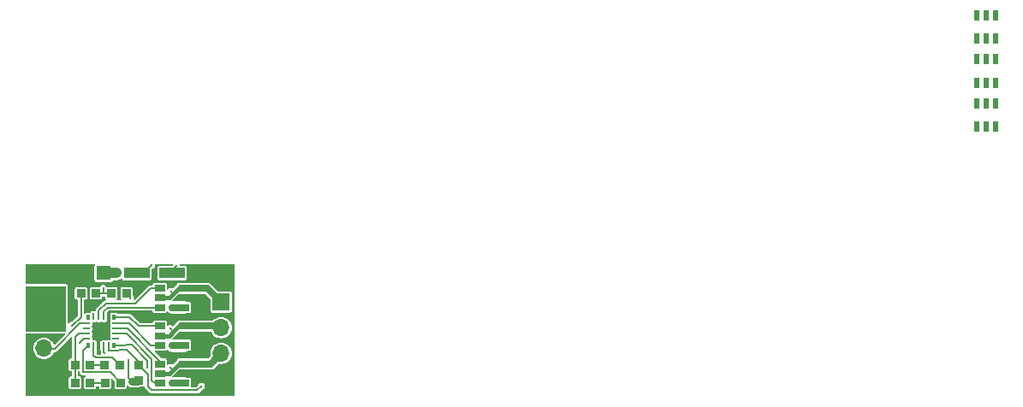
<source format=gtl>
G04 #@! TF.GenerationSoftware,KiCad,Pcbnew,8.0.7-8.0.7-0~ubuntu22.04.1*
G04 #@! TF.CreationDate,2025-01-18T20:22:17+01:00*
G04 #@! TF.ProjectId,pinchito_uesc,70696e63-6869-4746-9f5f-756573632e6b,rev?*
G04 #@! TF.SameCoordinates,Original*
G04 #@! TF.FileFunction,Copper,L1,Top*
G04 #@! TF.FilePolarity,Positive*
%FSLAX46Y46*%
G04 Gerber Fmt 4.6, Leading zero omitted, Abs format (unit mm)*
G04 Created by KiCad (PCBNEW 8.0.7-8.0.7-0~ubuntu22.04.1) date 2025-01-18 20:22:17*
%MOMM*%
%LPD*%
G01*
G04 APERTURE LIST*
G04 #@! TA.AperFunction,SMDPad,CuDef*
%ADD10R,1.350000X1.410000*%
G04 #@! TD*
G04 #@! TA.AperFunction,SMDPad,CuDef*
%ADD11R,0.810000X0.860000*%
G04 #@! TD*
G04 #@! TA.AperFunction,SMDPad,CuDef*
%ADD12R,0.530000X1.070000*%
G04 #@! TD*
G04 #@! TA.AperFunction,SMDPad,CuDef*
%ADD13R,0.340000X0.500000*%
G04 #@! TD*
G04 #@! TA.AperFunction,SMDPad,CuDef*
%ADD14R,0.250000X0.700000*%
G04 #@! TD*
G04 #@! TA.AperFunction,SMDPad,CuDef*
%ADD15R,0.700000X0.250000*%
G04 #@! TD*
G04 #@! TA.AperFunction,SMDPad,CuDef*
%ADD16R,1.700000X1.700000*%
G04 #@! TD*
G04 #@! TA.AperFunction,ComponentPad*
%ADD17R,1.700000X1.700000*%
G04 #@! TD*
G04 #@! TA.AperFunction,ComponentPad*
%ADD18O,1.700000X1.700000*%
G04 #@! TD*
G04 #@! TA.AperFunction,SMDPad,CuDef*
%ADD19R,2.500000X1.000000*%
G04 #@! TD*
G04 #@! TA.AperFunction,SMDPad,CuDef*
%ADD20R,0.860000X0.810000*%
G04 #@! TD*
G04 #@! TA.AperFunction,SMDPad,CuDef*
%ADD21R,1.000000X0.700000*%
G04 #@! TD*
G04 #@! TA.AperFunction,SMDPad,CuDef*
%ADD22R,1.410000X1.350000*%
G04 #@! TD*
G04 #@! TA.AperFunction,ViaPad*
%ADD23C,0.300000*%
G04 #@! TD*
G04 #@! TA.AperFunction,ViaPad*
%ADD24C,0.600000*%
G04 #@! TD*
G04 #@! TA.AperFunction,Conductor*
%ADD25C,0.200000*%
G04 #@! TD*
G04 #@! TA.AperFunction,Conductor*
%ADD26C,0.700000*%
G04 #@! TD*
G04 #@! TA.AperFunction,Conductor*
%ADD27C,0.800000*%
G04 #@! TD*
G04 #@! TA.AperFunction,Conductor*
%ADD28C,1.000000*%
G04 #@! TD*
G04 #@! TA.AperFunction,Conductor*
%ADD29C,0.400000*%
G04 #@! TD*
G04 APERTURE END LIST*
D10*
G04 #@! TO.P,C1,1,1*
G04 #@! TO.N,GND*
X1200000Y-1200000D03*
G04 #@! TO.P,C1,2,2*
G04 #@! TO.N,/VCC*
X1200000Y-3200000D03*
G04 #@! TD*
D11*
G04 #@! TO.P,R5,1,1*
G04 #@! TO.N,/M_B*
X8050000Y-10300000D03*
G04 #@! TO.P,R5,2,2*
G04 #@! TO.N,Net-(U1-P0.0)*
X9550000Y-10300000D03*
G04 #@! TD*
D12*
G04 #@! TO.P,Q5,1,G1*
G04 #@! TO.N,unconnected-(Q5-G1-Pad1)*
X94300000Y17670000D03*
G04 #@! TO.P,Q5,2,S2*
G04 #@! TO.N,unconnected-(Q5-S2-Pad2)*
X95250000Y17670000D03*
G04 #@! TO.P,Q5,3,G2*
G04 #@! TO.N,unconnected-(Q5-G2-Pad3)*
X96200000Y17670000D03*
G04 #@! TO.P,Q5,4,D2*
G04 #@! TO.N,unconnected-(Q5-D2-Pad4)*
X96200000Y19970000D03*
G04 #@! TO.P,Q5,5,S1*
G04 #@! TO.N,unconnected-(Q5-S1-Pad5)*
X95250000Y19970000D03*
G04 #@! TO.P,Q5,6,D1*
G04 #@! TO.N,unconnected-(Q5-D1-Pad6)*
X94300000Y19970000D03*
G04 #@! TD*
D10*
G04 #@! TO.P,C2,1,1*
G04 #@! TO.N,GND*
X3450000Y-1200000D03*
G04 #@! TO.P,C2,2,2*
G04 #@! TO.N,/VCC*
X3450000Y-3200000D03*
G04 #@! TD*
D13*
G04 #@! TO.P,U1,1,P0.1*
G04 #@! TO.N,Net-(U1-P0.1)*
X6450000Y-8330000D03*
D14*
G04 #@! TO.P,U1,2,P0.0*
G04 #@! TO.N,Net-(U1-P0.0)*
X6950000Y-8400000D03*
G04 #@! TO.P,U1,3,GND*
G04 #@! TO.N,GND*
X7450000Y-8400000D03*
G04 #@! TO.P,U1,4,VDD*
G04 #@! TO.N,/VCC*
X7950000Y-8400000D03*
G04 #@! TO.P,U1,5,RSTB/C2CK*
G04 #@! TO.N,/C2CK*
X8450000Y-8400000D03*
D13*
G04 #@! TO.P,U1,6,P2.0/C2D*
G04 #@! TO.N,/C2D*
X8950000Y-8330000D03*
D15*
G04 #@! TO.P,U1,7,P1.6*
G04 #@! TO.N,unconnected-(U1-P1.6-Pad7)*
X9150000Y-7700000D03*
G04 #@! TO.P,U1,8,P1.5*
G04 #@! TO.N,Net-(Q3-G2)*
X9150000Y-7200000D03*
G04 #@! TO.P,U1,9,P1.4*
G04 #@! TO.N,Net-(Q3-G1)*
X9150000Y-6700000D03*
G04 #@! TO.P,U1,10,P1.3*
G04 #@! TO.N,Net-(Q2-G2)*
X9150000Y-6200000D03*
D13*
G04 #@! TO.P,U1,11,P1.2*
G04 #@! TO.N,Net-(Q2-G1)*
X8950000Y-5570000D03*
D14*
G04 #@! TO.P,U1,12,GND*
G04 #@! TO.N,GND*
X8450000Y-5500000D03*
G04 #@! TO.P,U1,13,P1.1*
G04 #@! TO.N,Net-(Q1-G2)*
X7950000Y-5500000D03*
G04 #@! TO.P,U1,14,P1.0*
G04 #@! TO.N,Net-(Q1-G1)*
X7450000Y-5500000D03*
G04 #@! TO.P,U1,15,P0.7*
G04 #@! TO.N,unconnected-(U1-P0.7-Pad15)*
X6950000Y-5500000D03*
D13*
G04 #@! TO.P,U1,16,P0.6*
G04 #@! TO.N,unconnected-(U1-P0.6-Pad16)*
X6450000Y-5570000D03*
D15*
G04 #@! TO.P,U1,17,P0.5*
G04 #@! TO.N,/RC*
X6250000Y-6200000D03*
G04 #@! TO.P,U1,18,P0.4*
G04 #@! TO.N,unconnected-(U1-P0.4-Pad18)*
X6250000Y-6700000D03*
G04 #@! TO.P,U1,19,P0.3*
G04 #@! TO.N,/FCom*
X6250000Y-7200000D03*
G04 #@! TO.P,U1,20,P0.2*
G04 #@! TO.N,Net-(U1-P0.2)*
X6250000Y-7700000D03*
D16*
G04 #@! TO.P,U1,21,GND*
G04 #@! TO.N,GND*
X7700000Y-6950000D03*
G04 #@! TD*
D17*
G04 #@! TO.P,J2,1,Pin_1*
G04 #@! TO.N,/VCC*
X2032000Y-6111000D03*
D18*
G04 #@! TO.P,J2,2,Pin_2*
G04 #@! TO.N,/RC*
X2032000Y-8651000D03*
G04 #@! TO.P,J2,3,Pin_3*
G04 #@! TO.N,GND*
X2032000Y-11191000D03*
G04 #@! TD*
D11*
G04 #@! TO.P,R3,1,1*
G04 #@! TO.N,/M_C*
X8100000Y-12050000D03*
G04 #@! TO.P,R3,2,2*
G04 #@! TO.N,Net-(U1-P0.1)*
X9600000Y-12050000D03*
G04 #@! TD*
D17*
G04 #@! TO.P,J1,1,Pin_1*
G04 #@! TO.N,/M_A*
X19558000Y-4064000D03*
D18*
G04 #@! TO.P,J1,2,Pin_2*
G04 #@! TO.N,/M_B*
X19558000Y-6604000D03*
G04 #@! TO.P,J1,3,Pin_3*
G04 #@! TO.N,/M_C*
X19558000Y-9144000D03*
G04 #@! TD*
D11*
G04 #@! TO.P,R6,1,1*
G04 #@! TO.N,/M_A*
X8700000Y-3200000D03*
G04 #@! TO.P,R6,2,2*
G04 #@! TO.N,Net-(U1-P0.2)*
X10200000Y-3200000D03*
G04 #@! TD*
D19*
G04 #@! TO.P,TP2,1,1*
G04 #@! TO.N,/C2D*
X11200000Y-1200000D03*
G04 #@! TD*
D20*
G04 #@! TO.P,R8,1,1*
G04 #@! TO.N,/C2CK*
X11400000Y-10350000D03*
G04 #@! TO.P,R8,2,2*
G04 #@! TO.N,/VCC*
X11400000Y-11850000D03*
G04 #@! TD*
D11*
G04 #@! TO.P,R4,1,1*
G04 #@! TO.N,/FCom*
X5100000Y-10300000D03*
G04 #@! TO.P,R4,2,2*
G04 #@! TO.N,/M_B*
X6600000Y-10300000D03*
G04 #@! TD*
D12*
G04 #@! TO.P,Q4,1,G1*
G04 #@! TO.N,unconnected-(Q4-G1-Pad1)*
X94300000Y22040000D03*
G04 #@! TO.P,Q4,2,S2*
G04 #@! TO.N,unconnected-(Q4-S2-Pad2)*
X95250000Y22040000D03*
G04 #@! TO.P,Q4,3,G2*
G04 #@! TO.N,unconnected-(Q4-G2-Pad3)*
X96200000Y22040000D03*
G04 #@! TO.P,Q4,4,D2*
G04 #@! TO.N,unconnected-(Q4-D2-Pad4)*
X96200000Y24340000D03*
G04 #@! TO.P,Q4,5,S1*
G04 #@! TO.N,unconnected-(Q4-S1-Pad5)*
X95250000Y24340000D03*
G04 #@! TO.P,Q4,6,D1*
G04 #@! TO.N,unconnected-(Q4-D1-Pad6)*
X94300000Y24340000D03*
G04 #@! TD*
D21*
G04 #@! TO.P,Q2,1,G1*
G04 #@! TO.N,Net-(Q2-G1)*
X13500000Y-6450000D03*
G04 #@! TO.P,Q2,2,S2*
G04 #@! TO.N,/M_B*
X13500000Y-7400000D03*
G04 #@! TO.P,Q2,3,G2*
G04 #@! TO.N,Net-(Q2-G2)*
X13500000Y-8350000D03*
G04 #@! TO.P,Q2,4,D2*
G04 #@! TO.N,/VCC*
X15900000Y-8350000D03*
G04 #@! TO.P,Q2,5,S1*
G04 #@! TO.N,GND*
X15900000Y-7400000D03*
G04 #@! TO.P,Q2,6,D1*
G04 #@! TO.N,/M_B*
X15900000Y-6450000D03*
G04 #@! TD*
G04 #@! TO.P,Q3,1,G1*
G04 #@! TO.N,Net-(Q3-G1)*
X13500000Y-10200000D03*
G04 #@! TO.P,Q3,2,S2*
G04 #@! TO.N,/M_C*
X13500000Y-11150000D03*
G04 #@! TO.P,Q3,3,G2*
G04 #@! TO.N,Net-(Q3-G2)*
X13500000Y-12100000D03*
G04 #@! TO.P,Q3,4,D2*
G04 #@! TO.N,/VCC*
X15900000Y-12100000D03*
G04 #@! TO.P,Q3,5,S1*
G04 #@! TO.N,GND*
X15900000Y-11150000D03*
G04 #@! TO.P,Q3,6,D1*
G04 #@! TO.N,/M_C*
X15900000Y-10200000D03*
G04 #@! TD*
D19*
G04 #@! TO.P,TP1,1,1*
G04 #@! TO.N,/C2CK*
X14700000Y-1200000D03*
G04 #@! TD*
D22*
G04 #@! TO.P,C3,1,1*
G04 #@! TO.N,GND*
X5950000Y-1200000D03*
G04 #@! TO.P,C3,2,2*
G04 #@! TO.N,/VCC*
X7950000Y-1200000D03*
G04 #@! TD*
D21*
G04 #@! TO.P,Q1,1,G1*
G04 #@! TO.N,Net-(Q1-G1)*
X13500000Y-2700000D03*
G04 #@! TO.P,Q1,2,S2*
G04 #@! TO.N,/M_A*
X13500000Y-3650000D03*
G04 #@! TO.P,Q1,3,G2*
G04 #@! TO.N,Net-(Q1-G2)*
X13500000Y-4600000D03*
G04 #@! TO.P,Q1,4,D2*
G04 #@! TO.N,/VCC*
X15900000Y-4600000D03*
G04 #@! TO.P,Q1,5,S1*
G04 #@! TO.N,GND*
X15900000Y-3650000D03*
G04 #@! TO.P,Q1,6,D1*
G04 #@! TO.N,/M_A*
X15900000Y-2700000D03*
G04 #@! TD*
D12*
G04 #@! TO.P,Q6,1,G1*
G04 #@! TO.N,unconnected-(Q6-G1-Pad1)*
X94300000Y13300000D03*
G04 #@! TO.P,Q6,2,S2*
G04 #@! TO.N,unconnected-(Q6-S2-Pad2)*
X95250000Y13300000D03*
G04 #@! TO.P,Q6,3,G2*
G04 #@! TO.N,unconnected-(Q6-G2-Pad3)*
X96200000Y13300000D03*
G04 #@! TO.P,Q6,4,D2*
G04 #@! TO.N,unconnected-(Q6-D2-Pad4)*
X96200000Y15600000D03*
G04 #@! TO.P,Q6,5,S1*
G04 #@! TO.N,unconnected-(Q6-S1-Pad5)*
X95250000Y15600000D03*
G04 #@! TO.P,Q6,6,D1*
G04 #@! TO.N,unconnected-(Q6-D1-Pad6)*
X94300000Y15600000D03*
G04 #@! TD*
D11*
G04 #@! TO.P,R2,1,1*
G04 #@! TO.N,/FCom*
X5100000Y-12050000D03*
G04 #@! TO.P,R2,2,2*
G04 #@! TO.N,/M_C*
X6600000Y-12050000D03*
G04 #@! TD*
G04 #@! TO.P,R1,1,1*
G04 #@! TO.N,/FCom*
X5700000Y-3200000D03*
G04 #@! TO.P,R1,2,2*
G04 #@! TO.N,/M_A*
X7200000Y-3200000D03*
G04 #@! TD*
D23*
G04 #@! TO.N,/C2CK*
X15118199Y-481801D03*
X17600000Y-12400000D03*
G04 #@! TO.N,/C2D*
X12250000Y-10563605D03*
X12700000Y-400000D03*
D24*
G04 #@! TO.N,GND*
X16650000Y-11150000D03*
X4700000Y-3700000D03*
X4700000Y-4400000D03*
X11300000Y-5300000D03*
X12200000Y-5600000D03*
G04 #@! TO.N,/VCC*
X14700000Y-12100000D03*
X9200000Y-1200000D03*
X14700000Y-8400000D03*
D23*
X8000000Y-9100000D03*
D24*
X10700000Y-11900000D03*
X14700000Y-4600000D03*
D23*
X10400000Y-9800000D03*
G04 #@! TO.N,/M_A*
X14600000Y-3000000D03*
X7900000Y-2700000D03*
G04 #@! TO.N,/M_B*
X14500000Y-6700000D03*
X7350000Y-10300000D03*
G04 #@! TO.N,/M_C*
X14525000Y-10525000D03*
X7350000Y-12050000D03*
G04 #@! TO.N,/FCom*
X5450000Y-7200000D03*
X4781801Y-6381801D03*
G04 #@! TO.N,Net-(U1-P0.2)*
X10600000Y-3700000D03*
X5550000Y-8100000D03*
G04 #@! TD*
D25*
G04 #@! TO.N,/C2CK*
X10200000Y-8800000D02*
X11400000Y-10000000D01*
X12700000Y-12800000D02*
X12300000Y-12400000D01*
X11400000Y-10000000D02*
X11400000Y-10350000D01*
X8450000Y-8850000D02*
X8480000Y-8880000D01*
X8450000Y-8400000D02*
X8450000Y-8850000D01*
X12300000Y-12400000D02*
X12300000Y-11250000D01*
X15118199Y-481801D02*
X14700000Y-900000D01*
X8480000Y-8880000D02*
X9340000Y-8880000D01*
X9420000Y-8800000D02*
X10200000Y-8800000D01*
X17600000Y-12400000D02*
X17200000Y-12800000D01*
X14700000Y-900000D02*
X14700000Y-1200000D01*
X17200000Y-12800000D02*
X12700000Y-12800000D01*
X9340000Y-8880000D02*
X9420000Y-8800000D01*
X12300000Y-11250000D02*
X11400000Y-10350000D01*
G04 #@! TO.N,/C2D*
X10100000Y-8300000D02*
X10070000Y-8330000D01*
X12700000Y-400000D02*
X11900000Y-1200000D01*
X10100000Y-8300000D02*
X10700000Y-8300000D01*
X12250000Y-9850000D02*
X12250000Y-10563605D01*
X10700000Y-8300000D02*
X12250000Y-9850000D01*
X10070000Y-8330000D02*
X8950000Y-8330000D01*
X11900000Y-1200000D02*
X11200000Y-1200000D01*
D26*
G04 #@! TO.N,GND*
X15900000Y-11150000D02*
X16650000Y-11150000D01*
D25*
X16650000Y-11150000D02*
X16700000Y-11200000D01*
D26*
G04 #@! TO.N,/VCC*
X15900000Y-8400000D02*
X14700000Y-8400000D01*
D27*
X11350000Y-11900000D02*
X11400000Y-11850000D01*
D28*
X7950000Y-1200000D02*
X9200000Y-1200000D01*
D25*
X7950000Y-8400000D02*
X7950000Y-8975000D01*
D26*
X15900000Y-12100000D02*
X14700000Y-12100000D01*
D27*
X10700000Y-11900000D02*
X11350000Y-11900000D01*
D25*
X7950000Y-9050000D02*
X8000000Y-9100000D01*
X10400000Y-11600000D02*
X10700000Y-11900000D01*
X10400000Y-9800000D02*
X10400000Y-11600000D01*
D26*
X15900000Y-4600000D02*
X14700000Y-4600000D01*
D25*
X7950000Y-8975000D02*
X7950000Y-9050000D01*
G04 #@! TO.N,/RC*
X3100000Y-8700000D02*
X5600000Y-6200000D01*
X2200000Y-8700000D02*
X3100000Y-8700000D01*
X5600000Y-6200000D02*
X6250000Y-6200000D01*
G04 #@! TO.N,Net-(Q1-G2)*
X13500000Y-4600000D02*
X8340686Y-4600000D01*
X7950000Y-4990686D02*
X7950000Y-5500000D01*
X8340686Y-4600000D02*
X7950000Y-4990686D01*
D26*
G04 #@! TO.N,/M_A*
X15900000Y-2700000D02*
X18194000Y-2700000D01*
D25*
X7900000Y-3200000D02*
X7200000Y-3200000D01*
D26*
X18194000Y-2700000D02*
X19558000Y-4064000D01*
D25*
X7900000Y-2700000D02*
X7900000Y-3200000D01*
X14600000Y-3000000D02*
X14600000Y-3025000D01*
D29*
X13475000Y-3650000D02*
X14425000Y-3650000D01*
X15375000Y-2700000D02*
X15900000Y-2700000D01*
X14425000Y-3650000D02*
X15375000Y-2700000D01*
D25*
X8700000Y-3200000D02*
X7900000Y-3200000D01*
X14600000Y-3025000D02*
X14737500Y-3162500D01*
G04 #@! TO.N,Net-(Q1-G1)*
X13500000Y-2700000D02*
X12600000Y-2700000D01*
X11100000Y-4200000D02*
X8175000Y-4200000D01*
X7450000Y-4925000D02*
X7450000Y-5500000D01*
X8175000Y-4200000D02*
X7450000Y-4925000D01*
X12600000Y-2700000D02*
X11100000Y-4200000D01*
G04 #@! TO.N,Net-(Q2-G2)*
X10450000Y-6200000D02*
X12600000Y-8350000D01*
X12600000Y-8350000D02*
X13500000Y-8350000D01*
X9150000Y-6200000D02*
X10450000Y-6200000D01*
D29*
G04 #@! TO.N,/M_B*
X14425000Y-7400000D02*
X14787500Y-7037500D01*
X15375000Y-6450000D02*
X15900000Y-6450000D01*
X13475000Y-7400000D02*
X14425000Y-7400000D01*
D25*
X14787500Y-6987500D02*
X14787500Y-7037500D01*
X6600000Y-10300000D02*
X8050000Y-10300000D01*
D26*
X15900000Y-6450000D02*
X19404000Y-6450000D01*
D25*
X14500000Y-6700000D02*
X14787500Y-6987500D01*
D29*
X14787500Y-7037500D02*
X15375000Y-6450000D01*
D26*
X19404000Y-6450000D02*
X19558000Y-6604000D01*
D25*
G04 #@! TO.N,Net-(Q2-G1)*
X8950000Y-5570000D02*
X10517057Y-5570000D01*
X10517057Y-5570000D02*
X11397057Y-6450000D01*
X11397057Y-6450000D02*
X13500000Y-6450000D01*
G04 #@! TO.N,Net-(Q3-G1)*
X10265686Y-6700000D02*
X13500000Y-9934314D01*
X9150000Y-6700000D02*
X10265686Y-6700000D01*
X13500000Y-9934314D02*
X13500000Y-10200000D01*
G04 #@! TO.N,/M_C*
X15400000Y-10200000D02*
X15900000Y-10200000D01*
D29*
X15200000Y-10400000D02*
X15300000Y-10300000D01*
D26*
X15900000Y-10200000D02*
X17500000Y-10200000D01*
D29*
X14450000Y-11150000D02*
X14800000Y-10800000D01*
D26*
X18502000Y-10200000D02*
X19558000Y-9144000D01*
X17500000Y-10200000D02*
X17900000Y-10200000D01*
D29*
X14800000Y-10800000D02*
X15200000Y-10400000D01*
D25*
X14525000Y-10525000D02*
X14800000Y-10800000D01*
D29*
X15200000Y-10400000D02*
X15400000Y-10200000D01*
X15300000Y-10300000D02*
X15800000Y-10300000D01*
X13500000Y-11150000D02*
X14450000Y-11150000D01*
D26*
X17500000Y-10200000D02*
X18502000Y-10200000D01*
D29*
X15800000Y-10300000D02*
X15900000Y-10200000D01*
D25*
X17900000Y-10200000D02*
X18100000Y-10000000D01*
X6600000Y-12050000D02*
X8100000Y-12050000D01*
G04 #@! TO.N,Net-(Q3-G2)*
X12700000Y-11800000D02*
X13000000Y-12100000D01*
X9150000Y-7200000D02*
X10200000Y-7200000D01*
X12700000Y-9700000D02*
X12700000Y-11800000D01*
X10200000Y-7200000D02*
X12700000Y-9700000D01*
X13000000Y-12100000D02*
X13500000Y-12100000D01*
G04 #@! TO.N,/FCom*
X5450000Y-7200000D02*
X6250000Y-7200000D01*
X5100000Y-10300000D02*
X5100000Y-7550000D01*
X5100000Y-12050000D02*
X5100000Y-10300000D01*
X5700000Y-5534314D02*
X4817157Y-6417157D01*
X5700000Y-3200000D02*
X5700000Y-5534314D01*
X5100000Y-7550000D02*
X5450000Y-7200000D01*
X4817157Y-6417157D02*
X4781801Y-6381801D01*
G04 #@! TO.N,Net-(U1-P0.2)*
X10600000Y-3700000D02*
X10600000Y-3600000D01*
X10600000Y-3600000D02*
X10200000Y-3200000D01*
X5950000Y-7700000D02*
X5550000Y-8100000D01*
X6250000Y-7700000D02*
X5950000Y-7700000D01*
G04 #@! TO.N,Net-(U1-P0.1)*
X9600000Y-12050000D02*
X8580000Y-11030000D01*
X5895000Y-11030000D02*
X5895000Y-8885000D01*
X8580000Y-11030000D02*
X5895000Y-11030000D01*
X5895000Y-8885000D02*
X6450000Y-8330000D01*
G04 #@! TO.N,Net-(U1-P0.0)*
X8820000Y-9570000D02*
X7170000Y-9570000D01*
X9550000Y-10300000D02*
X8820000Y-9570000D01*
X6950000Y-9350000D02*
X6950000Y-8400000D01*
X7170000Y-9570000D02*
X6950000Y-9350000D01*
G04 #@! TD*
G04 #@! TA.AperFunction,Conductor*
G04 #@! TO.N,GND*
G36*
X7096843Y-314852D02*
G01*
X7111195Y-349500D01*
X7102937Y-376723D01*
X7100448Y-380448D01*
X7056133Y-446769D01*
X7044500Y-505252D01*
X7044500Y-1894748D01*
X7056133Y-1953231D01*
X7073882Y-1979795D01*
X7100447Y-2019552D01*
X7127012Y-2037301D01*
X7166769Y-2063867D01*
X7225252Y-2075500D01*
X7225255Y-2075500D01*
X8674745Y-2075500D01*
X8674748Y-2075500D01*
X8733231Y-2063867D01*
X8799552Y-2019552D01*
X8843867Y-1953231D01*
X8846510Y-1939939D01*
X8867346Y-1908758D01*
X8894569Y-1900500D01*
X9268993Y-1900500D01*
X9404328Y-1873580D01*
X9531811Y-1820775D01*
X9646542Y-1744114D01*
X9671640Y-1719015D01*
X9706285Y-1704665D01*
X9740934Y-1719016D01*
X9754344Y-1744105D01*
X9761132Y-1778229D01*
X9805447Y-1844552D01*
X9832012Y-1862301D01*
X9871769Y-1888867D01*
X9930252Y-1900500D01*
X9930255Y-1900500D01*
X12469745Y-1900500D01*
X12469748Y-1900500D01*
X12528231Y-1888867D01*
X12594552Y-1844552D01*
X12638867Y-1778231D01*
X12650500Y-1719748D01*
X12650500Y-894766D01*
X12664851Y-860119D01*
X12772037Y-752932D01*
X12799020Y-739185D01*
X12802267Y-738671D01*
X12809657Y-737501D01*
X12809658Y-737500D01*
X12809661Y-737500D01*
X12908587Y-687095D01*
X12987095Y-608587D01*
X13037500Y-509661D01*
X13054869Y-400000D01*
X13048084Y-357164D01*
X13056839Y-320699D01*
X13088815Y-301103D01*
X13096481Y-300500D01*
X14737241Y-300500D01*
X14771889Y-314852D01*
X14786241Y-349500D01*
X14781700Y-368409D01*
X14781891Y-368472D01*
X14781102Y-370899D01*
X14780898Y-371750D01*
X14780699Y-372140D01*
X14780698Y-372142D01*
X14779012Y-382784D01*
X14765264Y-409763D01*
X14689880Y-485148D01*
X14655234Y-499500D01*
X13430252Y-499500D01*
X13371769Y-511133D01*
X13305447Y-555447D01*
X13269943Y-608584D01*
X13261133Y-621769D01*
X13249500Y-680252D01*
X13249500Y-1719748D01*
X13261133Y-1778231D01*
X13278882Y-1804795D01*
X13305447Y-1844552D01*
X13332012Y-1862301D01*
X13371769Y-1888867D01*
X13430252Y-1900500D01*
X13430255Y-1900500D01*
X15969745Y-1900500D01*
X15969748Y-1900500D01*
X16028231Y-1888867D01*
X16094552Y-1844552D01*
X16138867Y-1778231D01*
X16150500Y-1719748D01*
X16150500Y-680252D01*
X16138867Y-621769D01*
X16110438Y-579223D01*
X16094552Y-555447D01*
X16051105Y-526417D01*
X16028231Y-511133D01*
X15969748Y-499500D01*
X15969745Y-499500D01*
X15517721Y-499500D01*
X15483073Y-485148D01*
X15469324Y-458166D01*
X15467519Y-446769D01*
X15455699Y-372140D01*
X15455497Y-371745D01*
X15455474Y-371449D01*
X15454507Y-368471D01*
X15455221Y-368238D01*
X15452555Y-334358D01*
X15476911Y-305841D01*
X15499157Y-300500D01*
X20850500Y-300500D01*
X20885148Y-314852D01*
X20899500Y-349500D01*
X20899500Y-13350500D01*
X20885148Y-13385148D01*
X20850500Y-13399500D01*
X249500Y-13399500D01*
X214852Y-13385148D01*
X200500Y-13350500D01*
X200500Y-7254500D01*
X214852Y-7219852D01*
X249500Y-7205500D01*
X4051232Y-7205500D01*
X4085880Y-7219852D01*
X4100232Y-7254500D01*
X4085880Y-7289148D01*
X3093142Y-8281885D01*
X3058494Y-8296237D01*
X3023846Y-8281885D01*
X3011604Y-8261460D01*
X3009715Y-8255233D01*
X3007232Y-8247046D01*
X2909685Y-8064550D01*
X2778410Y-7904590D01*
X2618450Y-7773315D01*
X2435954Y-7675768D01*
X2237934Y-7615700D01*
X2032000Y-7595417D01*
X1826065Y-7615700D01*
X1826064Y-7615700D01*
X1628043Y-7675769D01*
X1445548Y-7773316D01*
X1285590Y-7904590D01*
X1154316Y-8064548D01*
X1056769Y-8247043D01*
X1056768Y-8247045D01*
X1056768Y-8247046D01*
X1054285Y-8255233D01*
X996700Y-8445064D01*
X996700Y-8445065D01*
X976417Y-8650999D01*
X976417Y-8651000D01*
X996700Y-8856934D01*
X996700Y-8856935D01*
X1009915Y-8900500D01*
X1056768Y-9054954D01*
X1154315Y-9237450D01*
X1285590Y-9397410D01*
X1445550Y-9528685D01*
X1628046Y-9626232D01*
X1826066Y-9686300D01*
X2032000Y-9706583D01*
X2237934Y-9686300D01*
X2435954Y-9626232D01*
X2618450Y-9528685D01*
X2778410Y-9397410D01*
X2909685Y-9237450D01*
X3007232Y-9054954D01*
X3013201Y-9035275D01*
X3036993Y-9006286D01*
X3060091Y-9000500D01*
X3139564Y-9000500D01*
X3166230Y-8993354D01*
X3215989Y-8980021D01*
X3284511Y-8940460D01*
X3340460Y-8884511D01*
X4715852Y-7509117D01*
X4750500Y-7494766D01*
X4785148Y-7509118D01*
X4799500Y-7543766D01*
X4799500Y-9620500D01*
X4785148Y-9655148D01*
X4750500Y-9669500D01*
X4675252Y-9669500D01*
X4622314Y-9680030D01*
X4616769Y-9681133D01*
X4550447Y-9725447D01*
X4506133Y-9791769D01*
X4494500Y-9850252D01*
X4494500Y-10749748D01*
X4506133Y-10808231D01*
X4522838Y-10833231D01*
X4550447Y-10874552D01*
X4577012Y-10892301D01*
X4616769Y-10918867D01*
X4675252Y-10930500D01*
X4750500Y-10930500D01*
X4785148Y-10944852D01*
X4799500Y-10979500D01*
X4799500Y-11370500D01*
X4785148Y-11405148D01*
X4750500Y-11419500D01*
X4675252Y-11419500D01*
X4616769Y-11431133D01*
X4550447Y-11475447D01*
X4507034Y-11540421D01*
X4506133Y-11541769D01*
X4494500Y-11600252D01*
X4494500Y-12499748D01*
X4506133Y-12558231D01*
X4507008Y-12559540D01*
X4550447Y-12624552D01*
X4577012Y-12642301D01*
X4616769Y-12668867D01*
X4675252Y-12680500D01*
X4675255Y-12680500D01*
X5524745Y-12680500D01*
X5524748Y-12680500D01*
X5583231Y-12668867D01*
X5649552Y-12624552D01*
X5693867Y-12558231D01*
X5705500Y-12499748D01*
X5705500Y-11600252D01*
X5693867Y-11541769D01*
X5665623Y-11499500D01*
X5649552Y-11475447D01*
X5609795Y-11448882D01*
X5583231Y-11431133D01*
X5524748Y-11419500D01*
X5524745Y-11419500D01*
X5449500Y-11419500D01*
X5414852Y-11405148D01*
X5400500Y-11370500D01*
X5400500Y-10979500D01*
X5414852Y-10944852D01*
X5449500Y-10930500D01*
X5524745Y-10930500D01*
X5524748Y-10930500D01*
X5535940Y-10928273D01*
X5572720Y-10935587D01*
X5593558Y-10966768D01*
X5594500Y-10976331D01*
X5594500Y-11069563D01*
X5614979Y-11145989D01*
X5614979Y-11145991D01*
X5643564Y-11195500D01*
X5654540Y-11214511D01*
X5710489Y-11270460D01*
X5779011Y-11310021D01*
X5814478Y-11319524D01*
X5855436Y-11330500D01*
X5855438Y-11330500D01*
X5934562Y-11330500D01*
X6125180Y-11330500D01*
X6159828Y-11344852D01*
X6174180Y-11379500D01*
X6159828Y-11414148D01*
X6134740Y-11427558D01*
X6116769Y-11431133D01*
X6050447Y-11475447D01*
X6007034Y-11540421D01*
X6006133Y-11541769D01*
X5994500Y-11600252D01*
X5994500Y-12499748D01*
X6006133Y-12558231D01*
X6007008Y-12559540D01*
X6050447Y-12624552D01*
X6077012Y-12642301D01*
X6116769Y-12668867D01*
X6175252Y-12680500D01*
X6175255Y-12680500D01*
X7024745Y-12680500D01*
X7024748Y-12680500D01*
X7083231Y-12668867D01*
X7149552Y-12624552D01*
X7193867Y-12558231D01*
X7205500Y-12499748D01*
X7205500Y-12439353D01*
X7219852Y-12404705D01*
X7254500Y-12390353D01*
X7262151Y-12390954D01*
X7350000Y-12404869D01*
X7437836Y-12390956D01*
X7474301Y-12399711D01*
X7493897Y-12431687D01*
X7494500Y-12439353D01*
X7494500Y-12499748D01*
X7506133Y-12558231D01*
X7507008Y-12559540D01*
X7550447Y-12624552D01*
X7577012Y-12642301D01*
X7616769Y-12668867D01*
X7675252Y-12680500D01*
X7675255Y-12680500D01*
X8524745Y-12680500D01*
X8524748Y-12680500D01*
X8583231Y-12668867D01*
X8649552Y-12624552D01*
X8693867Y-12558231D01*
X8705500Y-12499748D01*
X8705500Y-11698767D01*
X8719852Y-11664119D01*
X8754500Y-11649767D01*
X8789148Y-11664119D01*
X8980148Y-11855119D01*
X8994500Y-11889767D01*
X8994500Y-12499748D01*
X9006133Y-12558231D01*
X9007008Y-12559540D01*
X9050447Y-12624552D01*
X9077012Y-12642301D01*
X9116769Y-12668867D01*
X9175252Y-12680500D01*
X9175255Y-12680500D01*
X10024745Y-12680500D01*
X10024748Y-12680500D01*
X10083231Y-12668867D01*
X10149552Y-12624552D01*
X10193867Y-12558231D01*
X10205500Y-12499748D01*
X10205500Y-12373032D01*
X10219852Y-12338384D01*
X10254500Y-12324032D01*
X10289148Y-12338384D01*
X10331284Y-12380520D01*
X10331287Y-12380521D01*
X10331290Y-12380524D01*
X10468213Y-12459576D01*
X10468215Y-12459576D01*
X10468216Y-12459577D01*
X10588665Y-12491851D01*
X10620939Y-12500499D01*
X10620940Y-12500500D01*
X10620943Y-12500500D01*
X11267930Y-12500500D01*
X11267946Y-12500501D01*
X11270943Y-12500501D01*
X11429059Y-12500501D01*
X11581778Y-12459579D01*
X11581778Y-12459578D01*
X11581785Y-12459577D01*
X11581790Y-12459573D01*
X11582619Y-12459231D01*
X11584400Y-12458876D01*
X11584888Y-12458746D01*
X11584896Y-12458777D01*
X11601374Y-12455500D01*
X11849745Y-12455500D01*
X11849748Y-12455500D01*
X11908231Y-12443867D01*
X11929764Y-12429478D01*
X11966545Y-12422162D01*
X11997728Y-12442998D01*
X12004316Y-12457538D01*
X12019979Y-12515989D01*
X12019979Y-12515991D01*
X12044367Y-12558230D01*
X12045123Y-12559540D01*
X12059540Y-12584511D01*
X12459540Y-12984511D01*
X12515489Y-13040460D01*
X12584011Y-13080021D01*
X12619478Y-13089524D01*
X12660436Y-13100500D01*
X12660438Y-13100500D01*
X17239564Y-13100500D01*
X17266230Y-13093354D01*
X17315989Y-13080021D01*
X17384511Y-13040460D01*
X17440460Y-12984511D01*
X17672037Y-12752932D01*
X17699020Y-12739185D01*
X17702267Y-12738671D01*
X17709657Y-12737501D01*
X17709658Y-12737500D01*
X17709661Y-12737500D01*
X17808587Y-12687095D01*
X17887095Y-12608587D01*
X17937500Y-12509661D01*
X17954869Y-12400000D01*
X17937500Y-12290339D01*
X17887095Y-12191413D01*
X17808587Y-12112905D01*
X17808584Y-12112903D01*
X17709661Y-12062500D01*
X17600000Y-12045131D01*
X17490338Y-12062500D01*
X17391415Y-12112903D01*
X17391412Y-12112905D01*
X17312905Y-12191412D01*
X17312900Y-12191419D01*
X17262501Y-12290333D01*
X17262499Y-12290341D01*
X17260813Y-12300983D01*
X17247065Y-12327962D01*
X17089881Y-12485148D01*
X17055233Y-12499500D01*
X16649500Y-12499500D01*
X16614852Y-12485148D01*
X16600500Y-12450500D01*
X16600500Y-11730255D01*
X16600500Y-11730252D01*
X16588867Y-11671769D01*
X16562301Y-11632012D01*
X16544552Y-11605447D01*
X16503820Y-11578231D01*
X16478231Y-11561133D01*
X16419748Y-11549500D01*
X16419745Y-11549500D01*
X16160635Y-11549500D01*
X16136137Y-11542936D01*
X16131784Y-11540423D01*
X16131781Y-11540422D01*
X16131779Y-11540421D01*
X15979060Y-11499500D01*
X15979057Y-11499500D01*
X14785189Y-11499500D01*
X14750541Y-11485148D01*
X14736189Y-11450500D01*
X14750541Y-11415852D01*
X14821541Y-11344852D01*
X15045911Y-11120481D01*
X15045913Y-11120480D01*
X15401541Y-10764852D01*
X15436189Y-10750500D01*
X18574477Y-10750500D01*
X18652847Y-10729500D01*
X18714485Y-10712984D01*
X18736108Y-10700500D01*
X18840015Y-10640510D01*
X19292290Y-10188233D01*
X19326937Y-10173882D01*
X19341160Y-10175991D01*
X19352066Y-10179300D01*
X19558000Y-10199583D01*
X19763934Y-10179300D01*
X19961954Y-10119232D01*
X20144450Y-10021685D01*
X20304410Y-9890410D01*
X20435685Y-9730450D01*
X20533232Y-9547954D01*
X20593300Y-9349934D01*
X20613583Y-9144000D01*
X20593300Y-8938066D01*
X20533232Y-8740046D01*
X20435685Y-8557550D01*
X20304410Y-8397590D01*
X20144450Y-8266315D01*
X19961954Y-8168768D01*
X19763934Y-8108700D01*
X19558000Y-8088417D01*
X19352065Y-8108700D01*
X19352064Y-8108700D01*
X19154043Y-8168769D01*
X18971548Y-8266316D01*
X18811590Y-8397590D01*
X18680316Y-8557548D01*
X18582769Y-8740043D01*
X18522700Y-8938064D01*
X18522700Y-8938065D01*
X18502417Y-9143999D01*
X18502417Y-9144000D01*
X18522700Y-9349934D01*
X18522700Y-9349935D01*
X18526007Y-9360836D01*
X18522331Y-9398158D01*
X18513765Y-9409708D01*
X18288327Y-9635148D01*
X18253679Y-9649500D01*
X17572475Y-9649500D01*
X16419748Y-9649500D01*
X15380252Y-9649500D01*
X15323182Y-9660852D01*
X15321769Y-9661133D01*
X15255447Y-9705447D01*
X15211133Y-9771769D01*
X15199500Y-9830252D01*
X15199500Y-9830255D01*
X15199031Y-9832613D01*
X15198082Y-9832424D01*
X15181857Y-9862736D01*
X15175297Y-9867274D01*
X15154087Y-9879520D01*
X14954087Y-10079520D01*
X14799155Y-10234450D01*
X14764507Y-10248802D01*
X14735704Y-10239443D01*
X14733587Y-10237904D01*
X14634661Y-10187500D01*
X14525000Y-10170131D01*
X14415338Y-10187500D01*
X14316415Y-10237903D01*
X14316412Y-10237905D01*
X14284148Y-10270170D01*
X14249500Y-10284522D01*
X14214852Y-10270170D01*
X14200500Y-10235522D01*
X14200500Y-9830255D01*
X14200500Y-9830252D01*
X14188867Y-9771769D01*
X14157915Y-9725447D01*
X14144552Y-9705447D01*
X14095494Y-9672668D01*
X14078231Y-9661133D01*
X14019748Y-9649500D01*
X14019745Y-9649500D01*
X13660453Y-9649500D01*
X13625805Y-9635148D01*
X12974805Y-8984148D01*
X12960453Y-8949500D01*
X12974805Y-8914852D01*
X13009453Y-8900500D01*
X14019745Y-8900500D01*
X14019748Y-8900500D01*
X14078231Y-8888867D01*
X14144552Y-8844552D01*
X14171770Y-8803817D01*
X14202950Y-8782984D01*
X14239732Y-8790299D01*
X14247158Y-8796394D01*
X14331284Y-8880520D01*
X14331287Y-8880521D01*
X14331290Y-8880524D01*
X14468213Y-8959576D01*
X14468215Y-8959576D01*
X14468216Y-8959577D01*
X14588665Y-8991851D01*
X14620939Y-9000499D01*
X14620940Y-9000500D01*
X14620943Y-9000500D01*
X15979060Y-9000500D01*
X15979060Y-9000499D01*
X16131784Y-8959577D01*
X16169043Y-8938066D01*
X16222738Y-8907065D01*
X16247238Y-8900500D01*
X16419745Y-8900500D01*
X16419748Y-8900500D01*
X16478231Y-8888867D01*
X16544552Y-8844552D01*
X16588867Y-8778231D01*
X16600500Y-8719748D01*
X16600500Y-7980252D01*
X16588867Y-7921769D01*
X16561966Y-7881509D01*
X16544552Y-7855447D01*
X16497814Y-7824218D01*
X16478231Y-7811133D01*
X16419748Y-7799500D01*
X15979057Y-7799500D01*
X14710189Y-7799500D01*
X14675541Y-7785148D01*
X14661189Y-7750500D01*
X14675541Y-7715852D01*
X15376541Y-7014852D01*
X15411189Y-7000500D01*
X15827525Y-7000500D01*
X18549415Y-7000500D01*
X18584063Y-7014852D01*
X18592626Y-7026397D01*
X18680315Y-7190450D01*
X18811590Y-7350410D01*
X18971550Y-7481685D01*
X19154046Y-7579232D01*
X19352066Y-7639300D01*
X19558000Y-7659583D01*
X19763934Y-7639300D01*
X19961954Y-7579232D01*
X20144450Y-7481685D01*
X20304410Y-7350410D01*
X20435685Y-7190450D01*
X20533232Y-7007954D01*
X20593300Y-6809934D01*
X20613583Y-6604000D01*
X20593300Y-6398066D01*
X20533232Y-6200046D01*
X20435685Y-6017550D01*
X20304410Y-5857590D01*
X20144450Y-5726315D01*
X19961954Y-5628768D01*
X19763934Y-5568700D01*
X19558000Y-5548417D01*
X19352065Y-5568700D01*
X19352064Y-5568700D01*
X19154043Y-5628769D01*
X18971548Y-5726316D01*
X18811587Y-5857592D01*
X18791898Y-5881585D01*
X18758823Y-5899264D01*
X18754020Y-5899500D01*
X16419748Y-5899500D01*
X15380252Y-5899500D01*
X15321769Y-5911133D01*
X15255447Y-5955447D01*
X15211132Y-6021770D01*
X15201894Y-6068210D01*
X15181058Y-6099392D01*
X15178337Y-6101085D01*
X15160768Y-6111228D01*
X15135904Y-6125584D01*
X15129092Y-6129516D01*
X15129083Y-6129523D01*
X14811792Y-6446814D01*
X14777144Y-6461166D01*
X14742496Y-6446814D01*
X14708587Y-6412905D01*
X14708584Y-6412903D01*
X14609661Y-6362500D01*
X14500000Y-6345131D01*
X14390338Y-6362500D01*
X14291415Y-6412903D01*
X14291412Y-6412905D01*
X14284148Y-6420170D01*
X14249500Y-6434522D01*
X14214852Y-6420170D01*
X14200500Y-6385522D01*
X14200500Y-6080255D01*
X14200500Y-6080252D01*
X14188867Y-6021769D01*
X14149241Y-5962465D01*
X14144552Y-5955447D01*
X14103818Y-5928230D01*
X14078231Y-5911133D01*
X14019748Y-5899500D01*
X12980252Y-5899500D01*
X12921769Y-5911133D01*
X12855447Y-5955447D01*
X12820590Y-6007616D01*
X12811133Y-6021769D01*
X12799500Y-6080252D01*
X12799500Y-6080255D01*
X12799500Y-6100500D01*
X12785148Y-6135148D01*
X12750500Y-6149500D01*
X11541824Y-6149500D01*
X11507176Y-6135148D01*
X10701570Y-5329542D01*
X10701564Y-5329537D01*
X10670097Y-5311370D01*
X10650839Y-5300252D01*
X10633046Y-5289979D01*
X10633045Y-5289978D01*
X10633044Y-5289978D01*
X10556621Y-5269500D01*
X10556619Y-5269500D01*
X9353094Y-5269500D01*
X9318446Y-5255148D01*
X9311990Y-5245486D01*
X9311548Y-5245782D01*
X9264552Y-5175447D01*
X9224795Y-5148882D01*
X9198231Y-5131133D01*
X9139748Y-5119500D01*
X8760252Y-5119500D01*
X8706198Y-5130252D01*
X8701769Y-5131133D01*
X8635447Y-5175447D01*
X8591133Y-5241769D01*
X8579500Y-5300252D01*
X8579500Y-5839748D01*
X8585617Y-5870500D01*
X8591133Y-5898232D01*
X8615863Y-5935241D01*
X8623181Y-5972023D01*
X8615865Y-5989686D01*
X8611133Y-5996767D01*
X8611133Y-5996769D01*
X8599500Y-6055252D01*
X8599500Y-6344748D01*
X8611133Y-6403231D01*
X8611134Y-6403232D01*
X8624194Y-6422778D01*
X8631509Y-6459560D01*
X8624194Y-6477221D01*
X8611133Y-6496769D01*
X8599500Y-6555252D01*
X8599500Y-6844748D01*
X8611133Y-6903231D01*
X8611134Y-6903232D01*
X8624194Y-6922778D01*
X8631509Y-6959560D01*
X8624194Y-6977221D01*
X8611133Y-6996769D01*
X8599500Y-7055252D01*
X8599500Y-7344748D01*
X8611133Y-7403231D01*
X8611134Y-7403232D01*
X8624194Y-7422778D01*
X8631509Y-7459560D01*
X8624194Y-7477221D01*
X8611133Y-7496769D01*
X8599500Y-7555252D01*
X8599500Y-7555255D01*
X8599500Y-7800500D01*
X8585148Y-7835148D01*
X8550500Y-7849500D01*
X8305252Y-7849500D01*
X8246769Y-7861133D01*
X8227222Y-7874194D01*
X8190440Y-7881509D01*
X8172778Y-7874194D01*
X8153231Y-7861133D01*
X8094748Y-7849500D01*
X7805252Y-7849500D01*
X7746769Y-7861133D01*
X7680447Y-7905447D01*
X7648489Y-7953277D01*
X7636133Y-7971769D01*
X7624500Y-8030252D01*
X7624500Y-8769748D01*
X7633806Y-8816534D01*
X7636133Y-8828232D01*
X7636133Y-8828233D01*
X7641240Y-8835874D01*
X7649500Y-8863099D01*
X7649500Y-9068557D01*
X7648896Y-9076222D01*
X7645131Y-9100000D01*
X7657881Y-9180500D01*
X7663003Y-9212834D01*
X7654248Y-9249301D01*
X7622272Y-9268897D01*
X7614606Y-9269500D01*
X7314767Y-9269500D01*
X7280119Y-9255148D01*
X7264852Y-9239881D01*
X7250500Y-9205233D01*
X7250500Y-8863099D01*
X7258760Y-8835874D01*
X7263866Y-8828233D01*
X7263866Y-8828232D01*
X7263865Y-8828232D01*
X7263867Y-8828231D01*
X7275500Y-8769748D01*
X7275500Y-8030252D01*
X7263867Y-7971769D01*
X7228928Y-7919480D01*
X7219552Y-7905447D01*
X7172778Y-7874194D01*
X7153231Y-7861133D01*
X7094748Y-7849500D01*
X6849500Y-7849500D01*
X6814852Y-7835148D01*
X6800500Y-7800500D01*
X6800500Y-7555255D01*
X6800500Y-7555252D01*
X6788867Y-7496769D01*
X6775806Y-7477223D01*
X6768489Y-7440442D01*
X6775807Y-7422776D01*
X6788866Y-7403232D01*
X6788865Y-7403232D01*
X6788867Y-7403231D01*
X6800500Y-7344748D01*
X6800500Y-7055252D01*
X6788867Y-6996769D01*
X6775806Y-6977223D01*
X6768489Y-6940442D01*
X6775807Y-6922776D01*
X6788866Y-6903232D01*
X6788865Y-6903232D01*
X6788867Y-6903231D01*
X6800500Y-6844748D01*
X6800500Y-6555252D01*
X6788867Y-6496769D01*
X6775806Y-6477223D01*
X6768489Y-6440442D01*
X6775807Y-6422776D01*
X6788866Y-6403232D01*
X6788865Y-6403232D01*
X6788867Y-6403231D01*
X6800500Y-6344748D01*
X6800500Y-6099500D01*
X6814852Y-6064852D01*
X6849500Y-6050500D01*
X7094745Y-6050500D01*
X7094748Y-6050500D01*
X7153231Y-6038867D01*
X7172776Y-6025806D01*
X7209558Y-6018489D01*
X7227224Y-6025807D01*
X7246767Y-6038866D01*
X7246769Y-6038867D01*
X7305252Y-6050500D01*
X7305255Y-6050500D01*
X7594745Y-6050500D01*
X7594748Y-6050500D01*
X7653231Y-6038867D01*
X7672776Y-6025806D01*
X7709558Y-6018489D01*
X7727224Y-6025807D01*
X7746767Y-6038866D01*
X7746769Y-6038867D01*
X7805252Y-6050500D01*
X7805255Y-6050500D01*
X8094745Y-6050500D01*
X8094748Y-6050500D01*
X8153231Y-6038867D01*
X8219552Y-5994552D01*
X8263867Y-5928231D01*
X8275500Y-5869748D01*
X8275500Y-5130252D01*
X8273957Y-5122496D01*
X8281271Y-5085715D01*
X8287361Y-5078294D01*
X8450805Y-4914852D01*
X8485453Y-4900500D01*
X12750500Y-4900500D01*
X12785148Y-4914852D01*
X12799500Y-4949500D01*
X12799500Y-4969748D01*
X12811133Y-5028231D01*
X12828882Y-5054795D01*
X12855447Y-5094552D01*
X12867892Y-5102867D01*
X12921769Y-5138867D01*
X12980252Y-5150500D01*
X12980255Y-5150500D01*
X14019745Y-5150500D01*
X14019748Y-5150500D01*
X14078231Y-5138867D01*
X14144552Y-5094552D01*
X14188867Y-5028231D01*
X14188867Y-5028230D01*
X14191548Y-5024218D01*
X14193764Y-5025698D01*
X14213682Y-5005748D01*
X14251185Y-5005717D01*
X14267119Y-5016355D01*
X14331284Y-5080520D01*
X14331287Y-5080521D01*
X14331290Y-5080524D01*
X14468213Y-5159576D01*
X14468215Y-5159576D01*
X14468216Y-5159577D01*
X14588665Y-5191851D01*
X14620939Y-5200499D01*
X14620940Y-5200500D01*
X14620943Y-5200500D01*
X15979060Y-5200500D01*
X15979060Y-5200499D01*
X16131784Y-5159577D01*
X16136137Y-5157063D01*
X16160635Y-5150500D01*
X16419745Y-5150500D01*
X16419748Y-5150500D01*
X16478231Y-5138867D01*
X16544552Y-5094552D01*
X16588867Y-5028231D01*
X16600500Y-4969748D01*
X16600500Y-4230252D01*
X16588867Y-4171769D01*
X16562301Y-4132012D01*
X16544552Y-4105447D01*
X16503818Y-4078230D01*
X16478231Y-4061133D01*
X16419748Y-4049500D01*
X16419745Y-4049500D01*
X16160635Y-4049500D01*
X16136137Y-4042936D01*
X16131784Y-4040423D01*
X16131781Y-4040422D01*
X16131779Y-4040421D01*
X15979060Y-3999500D01*
X15979057Y-3999500D01*
X14760189Y-3999500D01*
X14725541Y-3985148D01*
X14711189Y-3950500D01*
X14725541Y-3915852D01*
X15376541Y-3264852D01*
X15411189Y-3250500D01*
X15827525Y-3250500D01*
X17945679Y-3250500D01*
X17980327Y-3264852D01*
X18493148Y-3777673D01*
X18507500Y-3812321D01*
X18507500Y-4933748D01*
X18519133Y-4992231D01*
X18528165Y-5005748D01*
X18563447Y-5058552D01*
X18583228Y-5071769D01*
X18629769Y-5102867D01*
X18688252Y-5114500D01*
X18688255Y-5114500D01*
X20427745Y-5114500D01*
X20427748Y-5114500D01*
X20486231Y-5102867D01*
X20552552Y-5058552D01*
X20596867Y-4992231D01*
X20608500Y-4933748D01*
X20608500Y-3194252D01*
X20596867Y-3135769D01*
X20570301Y-3096012D01*
X20552552Y-3069447D01*
X20512795Y-3042882D01*
X20486231Y-3025133D01*
X20427748Y-3013500D01*
X20427745Y-3013500D01*
X19306321Y-3013500D01*
X19271673Y-2999148D01*
X18532017Y-2259492D01*
X18532015Y-2259490D01*
X18532012Y-2259488D01*
X18532008Y-2259485D01*
X18406487Y-2187016D01*
X18406484Y-2187015D01*
X18309889Y-2161133D01*
X18295417Y-2157255D01*
X18266477Y-2149500D01*
X18266475Y-2149500D01*
X16419748Y-2149500D01*
X15380252Y-2149500D01*
X15321769Y-2161133D01*
X15255447Y-2205447D01*
X15211131Y-2271771D01*
X15201895Y-2318208D01*
X15181060Y-2349391D01*
X15178338Y-2351084D01*
X15129090Y-2379518D01*
X15129082Y-2379523D01*
X14825224Y-2683381D01*
X14790576Y-2697733D01*
X14768331Y-2692393D01*
X14709661Y-2662500D01*
X14600000Y-2645131D01*
X14490338Y-2662500D01*
X14391415Y-2712903D01*
X14391412Y-2712905D01*
X14312905Y-2791412D01*
X14312900Y-2791419D01*
X14293159Y-2830165D01*
X14264642Y-2854522D01*
X14227255Y-2851579D01*
X14202898Y-2823062D01*
X14200500Y-2807920D01*
X14200500Y-2330255D01*
X14200500Y-2330252D01*
X14188867Y-2271769D01*
X14162301Y-2232012D01*
X14144552Y-2205447D01*
X14104795Y-2178882D01*
X14078231Y-2161133D01*
X14019748Y-2149500D01*
X12980252Y-2149500D01*
X12921769Y-2161133D01*
X12855447Y-2205447D01*
X12819336Y-2259492D01*
X12811133Y-2271769D01*
X12799500Y-2330252D01*
X12799500Y-2330255D01*
X12799500Y-2350500D01*
X12785148Y-2385148D01*
X12750500Y-2399500D01*
X12560436Y-2399500D01*
X12484010Y-2419979D01*
X12484008Y-2419979D01*
X12424934Y-2454087D01*
X12424932Y-2454088D01*
X12415495Y-2459535D01*
X12415486Y-2459542D01*
X11020071Y-3854957D01*
X10985423Y-3869309D01*
X10950775Y-3854957D01*
X10936423Y-3820309D01*
X10937026Y-3812643D01*
X10937497Y-3809665D01*
X10937500Y-3809661D01*
X10954869Y-3700000D01*
X10937500Y-3590339D01*
X10887095Y-3491413D01*
X10885032Y-3489350D01*
X10877245Y-3479202D01*
X10840459Y-3415488D01*
X10819852Y-3394881D01*
X10805500Y-3360233D01*
X10805500Y-2750255D01*
X10805500Y-2750252D01*
X10793867Y-2691769D01*
X10762704Y-2645131D01*
X10749552Y-2625447D01*
X10709795Y-2598882D01*
X10683231Y-2581133D01*
X10624748Y-2569500D01*
X9775252Y-2569500D01*
X9716769Y-2581133D01*
X9650447Y-2625447D01*
X9625690Y-2662500D01*
X9606133Y-2691769D01*
X9594500Y-2750252D01*
X9594500Y-3649748D01*
X9606133Y-3708231D01*
X9619414Y-3728107D01*
X9650447Y-3774552D01*
X9689218Y-3800457D01*
X9702991Y-3809661D01*
X9703137Y-3809758D01*
X9723972Y-3840941D01*
X9716656Y-3877723D01*
X9685473Y-3898558D01*
X9675914Y-3899500D01*
X9224086Y-3899500D01*
X9189438Y-3885148D01*
X9175086Y-3850500D01*
X9189438Y-3815852D01*
X9196863Y-3809758D01*
X9197009Y-3809661D01*
X9249552Y-3774552D01*
X9293867Y-3708231D01*
X9305500Y-3649748D01*
X9305500Y-2750252D01*
X9293867Y-2691769D01*
X9262704Y-2645131D01*
X9249552Y-2625447D01*
X9209795Y-2598882D01*
X9183231Y-2581133D01*
X9124748Y-2569500D01*
X8275252Y-2569500D01*
X8275251Y-2569500D01*
X8267710Y-2571000D01*
X8230928Y-2563682D01*
X8214494Y-2545187D01*
X8187095Y-2491413D01*
X8108587Y-2412905D01*
X8108584Y-2412903D01*
X8009661Y-2362500D01*
X7900000Y-2345131D01*
X7790338Y-2362500D01*
X7691415Y-2412903D01*
X7691412Y-2412905D01*
X7612904Y-2491413D01*
X7597994Y-2520676D01*
X7586749Y-2542746D01*
X7558233Y-2567102D01*
X7543091Y-2569500D01*
X6775252Y-2569500D01*
X6716769Y-2581133D01*
X6650447Y-2625447D01*
X6625690Y-2662500D01*
X6606133Y-2691769D01*
X6594500Y-2750252D01*
X6594500Y-3649748D01*
X6606133Y-3708231D01*
X6619414Y-3728107D01*
X6650447Y-3774552D01*
X6676598Y-3792025D01*
X6716769Y-3818867D01*
X6775252Y-3830500D01*
X6775255Y-3830500D01*
X7624745Y-3830500D01*
X7624748Y-3830500D01*
X7683231Y-3818867D01*
X7749552Y-3774552D01*
X7793867Y-3708231D01*
X7805500Y-3649748D01*
X7805500Y-3549500D01*
X7819852Y-3514852D01*
X7854500Y-3500500D01*
X7860438Y-3500500D01*
X8045500Y-3500500D01*
X8080148Y-3514852D01*
X8094500Y-3549500D01*
X8094500Y-3649748D01*
X8106133Y-3708231D01*
X8119414Y-3728107D01*
X8150447Y-3774552D01*
X8189218Y-3800457D01*
X8202991Y-3809661D01*
X8203137Y-3809758D01*
X8223972Y-3840941D01*
X8216656Y-3877723D01*
X8185473Y-3898558D01*
X8175914Y-3899500D01*
X8135436Y-3899500D01*
X8059012Y-3919978D01*
X8059008Y-3919979D01*
X8023537Y-3940460D01*
X8015275Y-3945230D01*
X7990492Y-3959537D01*
X7990486Y-3959542D01*
X7209541Y-4740488D01*
X7209540Y-4740488D01*
X7169979Y-4809008D01*
X7169979Y-4809010D01*
X7149500Y-4885436D01*
X7149500Y-4900829D01*
X7135148Y-4935477D01*
X7100500Y-4949829D01*
X7095704Y-4949594D01*
X7094748Y-4949500D01*
X6805252Y-4949500D01*
X6746769Y-4961133D01*
X6680447Y-5005447D01*
X6636132Y-5071770D01*
X6634483Y-5080061D01*
X6613647Y-5111243D01*
X6586425Y-5119500D01*
X6260252Y-5119500D01*
X6206198Y-5130252D01*
X6201769Y-5131133D01*
X6135447Y-5175447D01*
X6090242Y-5243103D01*
X6059059Y-5263938D01*
X6022277Y-5256622D01*
X6001442Y-5225439D01*
X6000500Y-5215880D01*
X6000500Y-3879500D01*
X6014852Y-3844852D01*
X6049500Y-3830500D01*
X6124745Y-3830500D01*
X6124748Y-3830500D01*
X6183231Y-3818867D01*
X6249552Y-3774552D01*
X6293867Y-3708231D01*
X6305500Y-3649748D01*
X6305500Y-2750252D01*
X6293867Y-2691769D01*
X6262704Y-2645131D01*
X6249552Y-2625447D01*
X6209795Y-2598882D01*
X6183231Y-2581133D01*
X6124748Y-2569500D01*
X5275252Y-2569500D01*
X5216769Y-2581133D01*
X5150447Y-2625447D01*
X5125690Y-2662500D01*
X5106133Y-2691769D01*
X5094500Y-2750252D01*
X5094500Y-3649748D01*
X5106133Y-3708231D01*
X5119414Y-3728107D01*
X5150447Y-3774552D01*
X5176598Y-3792025D01*
X5216769Y-3818867D01*
X5275252Y-3830500D01*
X5350500Y-3830500D01*
X5385148Y-3844852D01*
X5399500Y-3879500D01*
X5399500Y-5389546D01*
X5385148Y-5424194D01*
X4793782Y-6015559D01*
X4766800Y-6029308D01*
X4672139Y-6044301D01*
X4573216Y-6094704D01*
X4573213Y-6094706D01*
X4494702Y-6173217D01*
X4494136Y-6173997D01*
X4493586Y-6174333D01*
X4491979Y-6175941D01*
X4491592Y-6175554D01*
X4462156Y-6193586D01*
X4425691Y-6184824D01*
X4406102Y-6152844D01*
X4405500Y-6145188D01*
X4405500Y-4442782D01*
X4404976Y-4428107D01*
X4404477Y-4421141D01*
X4402815Y-4405686D01*
X4402979Y-4405668D01*
X4402979Y-4394326D01*
X4402815Y-4394309D01*
X4402909Y-4393439D01*
X4404477Y-4378861D01*
X4404976Y-4371888D01*
X4405500Y-4357220D01*
X4405500Y-3742778D01*
X4404976Y-3728112D01*
X4404477Y-3721138D01*
X4402909Y-3706557D01*
X4402907Y-3706547D01*
X4402815Y-3705686D01*
X4402979Y-3705668D01*
X4402979Y-3694326D01*
X4402815Y-3694309D01*
X4402909Y-3693439D01*
X4404477Y-3678861D01*
X4404976Y-3671888D01*
X4405500Y-3657220D01*
X4405500Y-2549000D01*
X4389857Y-2470357D01*
X4385376Y-2459540D01*
X4375508Y-2435716D01*
X4375509Y-2435716D01*
X4338877Y-2377416D01*
X4264293Y-2324496D01*
X4229646Y-2310144D01*
X4229640Y-2310142D01*
X4197926Y-2303834D01*
X4151000Y-2294500D01*
X249500Y-2294500D01*
X214852Y-2280148D01*
X200500Y-2245500D01*
X200500Y-349500D01*
X214852Y-314852D01*
X249500Y-300500D01*
X7062195Y-300500D01*
X7096843Y-314852D01*
G37*
G04 #@! TD.AperFunction*
G04 #@! TD*
G04 #@! TA.AperFunction,Conductor*
G04 #@! TO.N,/VCC*
G36*
X4185648Y-2514352D02*
G01*
X4200000Y-2549000D01*
X4200000Y-3657220D01*
X4199501Y-3664193D01*
X4194353Y-3699998D01*
X4194353Y-3700001D01*
X4199501Y-3735804D01*
X4200000Y-3742778D01*
X4200000Y-4357220D01*
X4199501Y-4364193D01*
X4194353Y-4399998D01*
X4194353Y-4400001D01*
X4199501Y-4435804D01*
X4200000Y-4442778D01*
X4200000Y-6951000D01*
X4185648Y-6985648D01*
X4151000Y-7000000D01*
X249500Y-7000000D01*
X214852Y-6985648D01*
X200500Y-6951000D01*
X200500Y-2549000D01*
X214852Y-2514352D01*
X249500Y-2500000D01*
X4151000Y-2500000D01*
X4185648Y-2514352D01*
G37*
G04 #@! TD.AperFunction*
G04 #@! TD*
M02*

</source>
